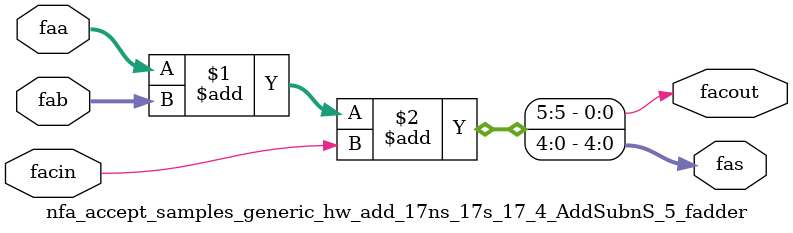
<source format=v>
module nfa_accept_samples_generic_hw_add_17ns_17s_17_4_AddSubnS_5_fadder 
#(parameter
    N = 5
)(
    input  [N-1 : 0]  faa,
    input  [N-1 : 0]  fab,
    input  wire  facin,
    output [N-1 : 0]  fas,
    output wire  facout
);
assign {facout, fas} = faa + fab + facin;
endmodule
</source>
